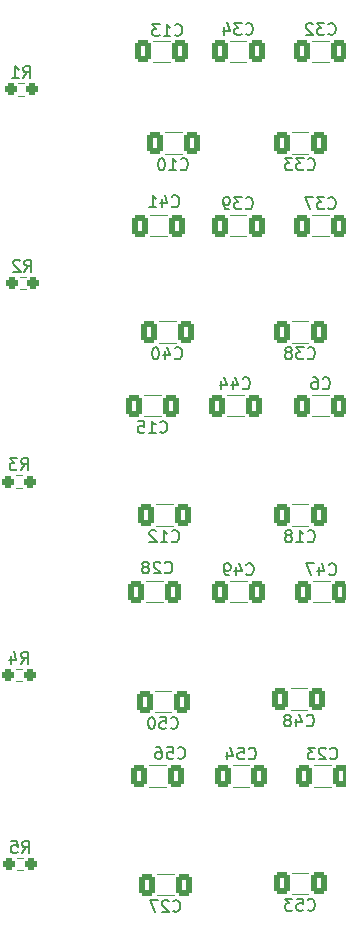
<source format=gbo>
G04 #@! TF.GenerationSoftware,KiCad,Pcbnew,7.0.10*
G04 #@! TF.CreationDate,2024-04-06T16:04:27-07:00*
G04 #@! TF.ProjectId,optLowPass,6f70744c-6f77-4506-9173-732e6b696361,rev?*
G04 #@! TF.SameCoordinates,Original*
G04 #@! TF.FileFunction,Legend,Bot*
G04 #@! TF.FilePolarity,Positive*
%FSLAX46Y46*%
G04 Gerber Fmt 4.6, Leading zero omitted, Abs format (unit mm)*
G04 Created by KiCad (PCBNEW 7.0.10) date 2024-04-06 16:04:27*
%MOMM*%
%LPD*%
G01*
G04 APERTURE LIST*
G04 Aperture macros list*
%AMRoundRect*
0 Rectangle with rounded corners*
0 $1 Rounding radius*
0 $2 $3 $4 $5 $6 $7 $8 $9 X,Y pos of 4 corners*
0 Add a 4 corners polygon primitive as box body*
4,1,4,$2,$3,$4,$5,$6,$7,$8,$9,$2,$3,0*
0 Add four circle primitives for the rounded corners*
1,1,$1+$1,$2,$3*
1,1,$1+$1,$4,$5*
1,1,$1+$1,$6,$7*
1,1,$1+$1,$8,$9*
0 Add four rect primitives between the rounded corners*
20,1,$1+$1,$2,$3,$4,$5,0*
20,1,$1+$1,$4,$5,$6,$7,0*
20,1,$1+$1,$6,$7,$8,$9,0*
20,1,$1+$1,$8,$9,$2,$3,0*%
G04 Aperture macros list end*
%ADD10C,0.150000*%
%ADD11C,0.120000*%
%ADD12R,2.200000X2.200000*%
%ADD13O,2.200000X2.200000*%
%ADD14C,2.000000*%
%ADD15O,2.000000X2.000000*%
%ADD16R,1.700000X1.700000*%
%ADD17O,1.700000X1.700000*%
%ADD18C,2.600000*%
%ADD19C,2.400000*%
%ADD20O,2.400000X2.400000*%
%ADD21R,1.600000X1.600000*%
%ADD22O,1.600000X1.600000*%
%ADD23C,1.600000*%
%ADD24R,4.200000X1.350000*%
%ADD25R,1.350000X4.200000*%
%ADD26RoundRect,0.237500X0.250000X0.237500X-0.250000X0.237500X-0.250000X-0.237500X0.250000X-0.237500X0*%
%ADD27RoundRect,0.250000X-0.412500X-0.650000X0.412500X-0.650000X0.412500X0.650000X-0.412500X0.650000X0*%
%ADD28RoundRect,0.250000X0.412500X0.650000X-0.412500X0.650000X-0.412500X-0.650000X0.412500X-0.650000X0*%
G04 APERTURE END LIST*
D10*
X97866666Y-80324819D02*
X98199999Y-79848628D01*
X98438094Y-80324819D02*
X98438094Y-79324819D01*
X98438094Y-79324819D02*
X98057142Y-79324819D01*
X98057142Y-79324819D02*
X97961904Y-79372438D01*
X97961904Y-79372438D02*
X97914285Y-79420057D01*
X97914285Y-79420057D02*
X97866666Y-79515295D01*
X97866666Y-79515295D02*
X97866666Y-79658152D01*
X97866666Y-79658152D02*
X97914285Y-79753390D01*
X97914285Y-79753390D02*
X97961904Y-79801009D01*
X97961904Y-79801009D02*
X98057142Y-79848628D01*
X98057142Y-79848628D02*
X98438094Y-79848628D01*
X97485713Y-79420057D02*
X97438094Y-79372438D01*
X97438094Y-79372438D02*
X97342856Y-79324819D01*
X97342856Y-79324819D02*
X97104761Y-79324819D01*
X97104761Y-79324819D02*
X97009523Y-79372438D01*
X97009523Y-79372438D02*
X96961904Y-79420057D01*
X96961904Y-79420057D02*
X96914285Y-79515295D01*
X96914285Y-79515295D02*
X96914285Y-79610533D01*
X96914285Y-79610533D02*
X96961904Y-79753390D01*
X96961904Y-79753390D02*
X97533332Y-80324819D01*
X97533332Y-80324819D02*
X96914285Y-80324819D01*
X110242857Y-118929580D02*
X110290476Y-118977200D01*
X110290476Y-118977200D02*
X110433333Y-119024819D01*
X110433333Y-119024819D02*
X110528571Y-119024819D01*
X110528571Y-119024819D02*
X110671428Y-118977200D01*
X110671428Y-118977200D02*
X110766666Y-118881961D01*
X110766666Y-118881961D02*
X110814285Y-118786723D01*
X110814285Y-118786723D02*
X110861904Y-118596247D01*
X110861904Y-118596247D02*
X110861904Y-118453390D01*
X110861904Y-118453390D02*
X110814285Y-118262914D01*
X110814285Y-118262914D02*
X110766666Y-118167676D01*
X110766666Y-118167676D02*
X110671428Y-118072438D01*
X110671428Y-118072438D02*
X110528571Y-118024819D01*
X110528571Y-118024819D02*
X110433333Y-118024819D01*
X110433333Y-118024819D02*
X110290476Y-118072438D01*
X110290476Y-118072438D02*
X110242857Y-118120057D01*
X109338095Y-118024819D02*
X109814285Y-118024819D01*
X109814285Y-118024819D02*
X109861904Y-118501009D01*
X109861904Y-118501009D02*
X109814285Y-118453390D01*
X109814285Y-118453390D02*
X109719047Y-118405771D01*
X109719047Y-118405771D02*
X109480952Y-118405771D01*
X109480952Y-118405771D02*
X109385714Y-118453390D01*
X109385714Y-118453390D02*
X109338095Y-118501009D01*
X109338095Y-118501009D02*
X109290476Y-118596247D01*
X109290476Y-118596247D02*
X109290476Y-118834342D01*
X109290476Y-118834342D02*
X109338095Y-118929580D01*
X109338095Y-118929580D02*
X109385714Y-118977200D01*
X109385714Y-118977200D02*
X109480952Y-119024819D01*
X109480952Y-119024819D02*
X109719047Y-119024819D01*
X109719047Y-119024819D02*
X109814285Y-118977200D01*
X109814285Y-118977200D02*
X109861904Y-118929580D01*
X108671428Y-118024819D02*
X108576190Y-118024819D01*
X108576190Y-118024819D02*
X108480952Y-118072438D01*
X108480952Y-118072438D02*
X108433333Y-118120057D01*
X108433333Y-118120057D02*
X108385714Y-118215295D01*
X108385714Y-118215295D02*
X108338095Y-118405771D01*
X108338095Y-118405771D02*
X108338095Y-118643866D01*
X108338095Y-118643866D02*
X108385714Y-118834342D01*
X108385714Y-118834342D02*
X108433333Y-118929580D01*
X108433333Y-118929580D02*
X108480952Y-118977200D01*
X108480952Y-118977200D02*
X108576190Y-119024819D01*
X108576190Y-119024819D02*
X108671428Y-119024819D01*
X108671428Y-119024819D02*
X108766666Y-118977200D01*
X108766666Y-118977200D02*
X108814285Y-118929580D01*
X108814285Y-118929580D02*
X108861904Y-118834342D01*
X108861904Y-118834342D02*
X108909523Y-118643866D01*
X108909523Y-118643866D02*
X108909523Y-118405771D01*
X108909523Y-118405771D02*
X108861904Y-118215295D01*
X108861904Y-118215295D02*
X108814285Y-118120057D01*
X108814285Y-118120057D02*
X108766666Y-118072438D01*
X108766666Y-118072438D02*
X108671428Y-118024819D01*
X123592857Y-60179580D02*
X123640476Y-60227200D01*
X123640476Y-60227200D02*
X123783333Y-60274819D01*
X123783333Y-60274819D02*
X123878571Y-60274819D01*
X123878571Y-60274819D02*
X124021428Y-60227200D01*
X124021428Y-60227200D02*
X124116666Y-60131961D01*
X124116666Y-60131961D02*
X124164285Y-60036723D01*
X124164285Y-60036723D02*
X124211904Y-59846247D01*
X124211904Y-59846247D02*
X124211904Y-59703390D01*
X124211904Y-59703390D02*
X124164285Y-59512914D01*
X124164285Y-59512914D02*
X124116666Y-59417676D01*
X124116666Y-59417676D02*
X124021428Y-59322438D01*
X124021428Y-59322438D02*
X123878571Y-59274819D01*
X123878571Y-59274819D02*
X123783333Y-59274819D01*
X123783333Y-59274819D02*
X123640476Y-59322438D01*
X123640476Y-59322438D02*
X123592857Y-59370057D01*
X123259523Y-59274819D02*
X122640476Y-59274819D01*
X122640476Y-59274819D02*
X122973809Y-59655771D01*
X122973809Y-59655771D02*
X122830952Y-59655771D01*
X122830952Y-59655771D02*
X122735714Y-59703390D01*
X122735714Y-59703390D02*
X122688095Y-59751009D01*
X122688095Y-59751009D02*
X122640476Y-59846247D01*
X122640476Y-59846247D02*
X122640476Y-60084342D01*
X122640476Y-60084342D02*
X122688095Y-60179580D01*
X122688095Y-60179580D02*
X122735714Y-60227200D01*
X122735714Y-60227200D02*
X122830952Y-60274819D01*
X122830952Y-60274819D02*
X123116666Y-60274819D01*
X123116666Y-60274819D02*
X123211904Y-60227200D01*
X123211904Y-60227200D02*
X123259523Y-60179580D01*
X122259523Y-59370057D02*
X122211904Y-59322438D01*
X122211904Y-59322438D02*
X122116666Y-59274819D01*
X122116666Y-59274819D02*
X121878571Y-59274819D01*
X121878571Y-59274819D02*
X121783333Y-59322438D01*
X121783333Y-59322438D02*
X121735714Y-59370057D01*
X121735714Y-59370057D02*
X121688095Y-59465295D01*
X121688095Y-59465295D02*
X121688095Y-59560533D01*
X121688095Y-59560533D02*
X121735714Y-59703390D01*
X121735714Y-59703390D02*
X122307142Y-60274819D01*
X122307142Y-60274819D02*
X121688095Y-60274819D01*
X110592857Y-87629580D02*
X110640476Y-87677200D01*
X110640476Y-87677200D02*
X110783333Y-87724819D01*
X110783333Y-87724819D02*
X110878571Y-87724819D01*
X110878571Y-87724819D02*
X111021428Y-87677200D01*
X111021428Y-87677200D02*
X111116666Y-87581961D01*
X111116666Y-87581961D02*
X111164285Y-87486723D01*
X111164285Y-87486723D02*
X111211904Y-87296247D01*
X111211904Y-87296247D02*
X111211904Y-87153390D01*
X111211904Y-87153390D02*
X111164285Y-86962914D01*
X111164285Y-86962914D02*
X111116666Y-86867676D01*
X111116666Y-86867676D02*
X111021428Y-86772438D01*
X111021428Y-86772438D02*
X110878571Y-86724819D01*
X110878571Y-86724819D02*
X110783333Y-86724819D01*
X110783333Y-86724819D02*
X110640476Y-86772438D01*
X110640476Y-86772438D02*
X110592857Y-86820057D01*
X109735714Y-87058152D02*
X109735714Y-87724819D01*
X109973809Y-86677200D02*
X110211904Y-87391485D01*
X110211904Y-87391485D02*
X109592857Y-87391485D01*
X109021428Y-86724819D02*
X108926190Y-86724819D01*
X108926190Y-86724819D02*
X108830952Y-86772438D01*
X108830952Y-86772438D02*
X108783333Y-86820057D01*
X108783333Y-86820057D02*
X108735714Y-86915295D01*
X108735714Y-86915295D02*
X108688095Y-87105771D01*
X108688095Y-87105771D02*
X108688095Y-87343866D01*
X108688095Y-87343866D02*
X108735714Y-87534342D01*
X108735714Y-87534342D02*
X108783333Y-87629580D01*
X108783333Y-87629580D02*
X108830952Y-87677200D01*
X108830952Y-87677200D02*
X108926190Y-87724819D01*
X108926190Y-87724819D02*
X109021428Y-87724819D01*
X109021428Y-87724819D02*
X109116666Y-87677200D01*
X109116666Y-87677200D02*
X109164285Y-87629580D01*
X109164285Y-87629580D02*
X109211904Y-87534342D01*
X109211904Y-87534342D02*
X109259523Y-87343866D01*
X109259523Y-87343866D02*
X109259523Y-87105771D01*
X109259523Y-87105771D02*
X109211904Y-86915295D01*
X109211904Y-86915295D02*
X109164285Y-86820057D01*
X109164285Y-86820057D02*
X109116666Y-86772438D01*
X109116666Y-86772438D02*
X109021428Y-86724819D01*
X116592857Y-60179580D02*
X116640476Y-60227200D01*
X116640476Y-60227200D02*
X116783333Y-60274819D01*
X116783333Y-60274819D02*
X116878571Y-60274819D01*
X116878571Y-60274819D02*
X117021428Y-60227200D01*
X117021428Y-60227200D02*
X117116666Y-60131961D01*
X117116666Y-60131961D02*
X117164285Y-60036723D01*
X117164285Y-60036723D02*
X117211904Y-59846247D01*
X117211904Y-59846247D02*
X117211904Y-59703390D01*
X117211904Y-59703390D02*
X117164285Y-59512914D01*
X117164285Y-59512914D02*
X117116666Y-59417676D01*
X117116666Y-59417676D02*
X117021428Y-59322438D01*
X117021428Y-59322438D02*
X116878571Y-59274819D01*
X116878571Y-59274819D02*
X116783333Y-59274819D01*
X116783333Y-59274819D02*
X116640476Y-59322438D01*
X116640476Y-59322438D02*
X116592857Y-59370057D01*
X116259523Y-59274819D02*
X115640476Y-59274819D01*
X115640476Y-59274819D02*
X115973809Y-59655771D01*
X115973809Y-59655771D02*
X115830952Y-59655771D01*
X115830952Y-59655771D02*
X115735714Y-59703390D01*
X115735714Y-59703390D02*
X115688095Y-59751009D01*
X115688095Y-59751009D02*
X115640476Y-59846247D01*
X115640476Y-59846247D02*
X115640476Y-60084342D01*
X115640476Y-60084342D02*
X115688095Y-60179580D01*
X115688095Y-60179580D02*
X115735714Y-60227200D01*
X115735714Y-60227200D02*
X115830952Y-60274819D01*
X115830952Y-60274819D02*
X116116666Y-60274819D01*
X116116666Y-60274819D02*
X116211904Y-60227200D01*
X116211904Y-60227200D02*
X116259523Y-60179580D01*
X114783333Y-59608152D02*
X114783333Y-60274819D01*
X115021428Y-59227200D02*
X115259523Y-59941485D01*
X115259523Y-59941485D02*
X114640476Y-59941485D01*
X121842857Y-134329580D02*
X121890476Y-134377200D01*
X121890476Y-134377200D02*
X122033333Y-134424819D01*
X122033333Y-134424819D02*
X122128571Y-134424819D01*
X122128571Y-134424819D02*
X122271428Y-134377200D01*
X122271428Y-134377200D02*
X122366666Y-134281961D01*
X122366666Y-134281961D02*
X122414285Y-134186723D01*
X122414285Y-134186723D02*
X122461904Y-133996247D01*
X122461904Y-133996247D02*
X122461904Y-133853390D01*
X122461904Y-133853390D02*
X122414285Y-133662914D01*
X122414285Y-133662914D02*
X122366666Y-133567676D01*
X122366666Y-133567676D02*
X122271428Y-133472438D01*
X122271428Y-133472438D02*
X122128571Y-133424819D01*
X122128571Y-133424819D02*
X122033333Y-133424819D01*
X122033333Y-133424819D02*
X121890476Y-133472438D01*
X121890476Y-133472438D02*
X121842857Y-133520057D01*
X120938095Y-133424819D02*
X121414285Y-133424819D01*
X121414285Y-133424819D02*
X121461904Y-133901009D01*
X121461904Y-133901009D02*
X121414285Y-133853390D01*
X121414285Y-133853390D02*
X121319047Y-133805771D01*
X121319047Y-133805771D02*
X121080952Y-133805771D01*
X121080952Y-133805771D02*
X120985714Y-133853390D01*
X120985714Y-133853390D02*
X120938095Y-133901009D01*
X120938095Y-133901009D02*
X120890476Y-133996247D01*
X120890476Y-133996247D02*
X120890476Y-134234342D01*
X120890476Y-134234342D02*
X120938095Y-134329580D01*
X120938095Y-134329580D02*
X120985714Y-134377200D01*
X120985714Y-134377200D02*
X121080952Y-134424819D01*
X121080952Y-134424819D02*
X121319047Y-134424819D01*
X121319047Y-134424819D02*
X121414285Y-134377200D01*
X121414285Y-134377200D02*
X121461904Y-134329580D01*
X120557142Y-133424819D02*
X119938095Y-133424819D01*
X119938095Y-133424819D02*
X120271428Y-133805771D01*
X120271428Y-133805771D02*
X120128571Y-133805771D01*
X120128571Y-133805771D02*
X120033333Y-133853390D01*
X120033333Y-133853390D02*
X119985714Y-133901009D01*
X119985714Y-133901009D02*
X119938095Y-133996247D01*
X119938095Y-133996247D02*
X119938095Y-134234342D01*
X119938095Y-134234342D02*
X119985714Y-134329580D01*
X119985714Y-134329580D02*
X120033333Y-134377200D01*
X120033333Y-134377200D02*
X120128571Y-134424819D01*
X120128571Y-134424819D02*
X120414285Y-134424819D01*
X120414285Y-134424819D02*
X120509523Y-134377200D01*
X120509523Y-134377200D02*
X120557142Y-134329580D01*
X116842857Y-121529580D02*
X116890476Y-121577200D01*
X116890476Y-121577200D02*
X117033333Y-121624819D01*
X117033333Y-121624819D02*
X117128571Y-121624819D01*
X117128571Y-121624819D02*
X117271428Y-121577200D01*
X117271428Y-121577200D02*
X117366666Y-121481961D01*
X117366666Y-121481961D02*
X117414285Y-121386723D01*
X117414285Y-121386723D02*
X117461904Y-121196247D01*
X117461904Y-121196247D02*
X117461904Y-121053390D01*
X117461904Y-121053390D02*
X117414285Y-120862914D01*
X117414285Y-120862914D02*
X117366666Y-120767676D01*
X117366666Y-120767676D02*
X117271428Y-120672438D01*
X117271428Y-120672438D02*
X117128571Y-120624819D01*
X117128571Y-120624819D02*
X117033333Y-120624819D01*
X117033333Y-120624819D02*
X116890476Y-120672438D01*
X116890476Y-120672438D02*
X116842857Y-120720057D01*
X115938095Y-120624819D02*
X116414285Y-120624819D01*
X116414285Y-120624819D02*
X116461904Y-121101009D01*
X116461904Y-121101009D02*
X116414285Y-121053390D01*
X116414285Y-121053390D02*
X116319047Y-121005771D01*
X116319047Y-121005771D02*
X116080952Y-121005771D01*
X116080952Y-121005771D02*
X115985714Y-121053390D01*
X115985714Y-121053390D02*
X115938095Y-121101009D01*
X115938095Y-121101009D02*
X115890476Y-121196247D01*
X115890476Y-121196247D02*
X115890476Y-121434342D01*
X115890476Y-121434342D02*
X115938095Y-121529580D01*
X115938095Y-121529580D02*
X115985714Y-121577200D01*
X115985714Y-121577200D02*
X116080952Y-121624819D01*
X116080952Y-121624819D02*
X116319047Y-121624819D01*
X116319047Y-121624819D02*
X116414285Y-121577200D01*
X116414285Y-121577200D02*
X116461904Y-121529580D01*
X115033333Y-120958152D02*
X115033333Y-121624819D01*
X115271428Y-120577200D02*
X115509523Y-121291485D01*
X115509523Y-121291485D02*
X114890476Y-121291485D01*
X110592857Y-60279580D02*
X110640476Y-60327200D01*
X110640476Y-60327200D02*
X110783333Y-60374819D01*
X110783333Y-60374819D02*
X110878571Y-60374819D01*
X110878571Y-60374819D02*
X111021428Y-60327200D01*
X111021428Y-60327200D02*
X111116666Y-60231961D01*
X111116666Y-60231961D02*
X111164285Y-60136723D01*
X111164285Y-60136723D02*
X111211904Y-59946247D01*
X111211904Y-59946247D02*
X111211904Y-59803390D01*
X111211904Y-59803390D02*
X111164285Y-59612914D01*
X111164285Y-59612914D02*
X111116666Y-59517676D01*
X111116666Y-59517676D02*
X111021428Y-59422438D01*
X111021428Y-59422438D02*
X110878571Y-59374819D01*
X110878571Y-59374819D02*
X110783333Y-59374819D01*
X110783333Y-59374819D02*
X110640476Y-59422438D01*
X110640476Y-59422438D02*
X110592857Y-59470057D01*
X109640476Y-60374819D02*
X110211904Y-60374819D01*
X109926190Y-60374819D02*
X109926190Y-59374819D01*
X109926190Y-59374819D02*
X110021428Y-59517676D01*
X110021428Y-59517676D02*
X110116666Y-59612914D01*
X110116666Y-59612914D02*
X110211904Y-59660533D01*
X109307142Y-59374819D02*
X108688095Y-59374819D01*
X108688095Y-59374819D02*
X109021428Y-59755771D01*
X109021428Y-59755771D02*
X108878571Y-59755771D01*
X108878571Y-59755771D02*
X108783333Y-59803390D01*
X108783333Y-59803390D02*
X108735714Y-59851009D01*
X108735714Y-59851009D02*
X108688095Y-59946247D01*
X108688095Y-59946247D02*
X108688095Y-60184342D01*
X108688095Y-60184342D02*
X108735714Y-60279580D01*
X108735714Y-60279580D02*
X108783333Y-60327200D01*
X108783333Y-60327200D02*
X108878571Y-60374819D01*
X108878571Y-60374819D02*
X109164285Y-60374819D01*
X109164285Y-60374819D02*
X109259523Y-60327200D01*
X109259523Y-60327200D02*
X109307142Y-60279580D01*
X116642857Y-105929580D02*
X116690476Y-105977200D01*
X116690476Y-105977200D02*
X116833333Y-106024819D01*
X116833333Y-106024819D02*
X116928571Y-106024819D01*
X116928571Y-106024819D02*
X117071428Y-105977200D01*
X117071428Y-105977200D02*
X117166666Y-105881961D01*
X117166666Y-105881961D02*
X117214285Y-105786723D01*
X117214285Y-105786723D02*
X117261904Y-105596247D01*
X117261904Y-105596247D02*
X117261904Y-105453390D01*
X117261904Y-105453390D02*
X117214285Y-105262914D01*
X117214285Y-105262914D02*
X117166666Y-105167676D01*
X117166666Y-105167676D02*
X117071428Y-105072438D01*
X117071428Y-105072438D02*
X116928571Y-105024819D01*
X116928571Y-105024819D02*
X116833333Y-105024819D01*
X116833333Y-105024819D02*
X116690476Y-105072438D01*
X116690476Y-105072438D02*
X116642857Y-105120057D01*
X115785714Y-105358152D02*
X115785714Y-106024819D01*
X116023809Y-104977200D02*
X116261904Y-105691485D01*
X116261904Y-105691485D02*
X115642857Y-105691485D01*
X115214285Y-106024819D02*
X115023809Y-106024819D01*
X115023809Y-106024819D02*
X114928571Y-105977200D01*
X114928571Y-105977200D02*
X114880952Y-105929580D01*
X114880952Y-105929580D02*
X114785714Y-105786723D01*
X114785714Y-105786723D02*
X114738095Y-105596247D01*
X114738095Y-105596247D02*
X114738095Y-105215295D01*
X114738095Y-105215295D02*
X114785714Y-105120057D01*
X114785714Y-105120057D02*
X114833333Y-105072438D01*
X114833333Y-105072438D02*
X114928571Y-105024819D01*
X114928571Y-105024819D02*
X115119047Y-105024819D01*
X115119047Y-105024819D02*
X115214285Y-105072438D01*
X115214285Y-105072438D02*
X115261904Y-105120057D01*
X115261904Y-105120057D02*
X115309523Y-105215295D01*
X115309523Y-105215295D02*
X115309523Y-105453390D01*
X115309523Y-105453390D02*
X115261904Y-105548628D01*
X115261904Y-105548628D02*
X115214285Y-105596247D01*
X115214285Y-105596247D02*
X115119047Y-105643866D01*
X115119047Y-105643866D02*
X114928571Y-105643866D01*
X114928571Y-105643866D02*
X114833333Y-105596247D01*
X114833333Y-105596247D02*
X114785714Y-105548628D01*
X114785714Y-105548628D02*
X114738095Y-105453390D01*
X110842857Y-121479580D02*
X110890476Y-121527200D01*
X110890476Y-121527200D02*
X111033333Y-121574819D01*
X111033333Y-121574819D02*
X111128571Y-121574819D01*
X111128571Y-121574819D02*
X111271428Y-121527200D01*
X111271428Y-121527200D02*
X111366666Y-121431961D01*
X111366666Y-121431961D02*
X111414285Y-121336723D01*
X111414285Y-121336723D02*
X111461904Y-121146247D01*
X111461904Y-121146247D02*
X111461904Y-121003390D01*
X111461904Y-121003390D02*
X111414285Y-120812914D01*
X111414285Y-120812914D02*
X111366666Y-120717676D01*
X111366666Y-120717676D02*
X111271428Y-120622438D01*
X111271428Y-120622438D02*
X111128571Y-120574819D01*
X111128571Y-120574819D02*
X111033333Y-120574819D01*
X111033333Y-120574819D02*
X110890476Y-120622438D01*
X110890476Y-120622438D02*
X110842857Y-120670057D01*
X109938095Y-120574819D02*
X110414285Y-120574819D01*
X110414285Y-120574819D02*
X110461904Y-121051009D01*
X110461904Y-121051009D02*
X110414285Y-121003390D01*
X110414285Y-121003390D02*
X110319047Y-120955771D01*
X110319047Y-120955771D02*
X110080952Y-120955771D01*
X110080952Y-120955771D02*
X109985714Y-121003390D01*
X109985714Y-121003390D02*
X109938095Y-121051009D01*
X109938095Y-121051009D02*
X109890476Y-121146247D01*
X109890476Y-121146247D02*
X109890476Y-121384342D01*
X109890476Y-121384342D02*
X109938095Y-121479580D01*
X109938095Y-121479580D02*
X109985714Y-121527200D01*
X109985714Y-121527200D02*
X110080952Y-121574819D01*
X110080952Y-121574819D02*
X110319047Y-121574819D01*
X110319047Y-121574819D02*
X110414285Y-121527200D01*
X110414285Y-121527200D02*
X110461904Y-121479580D01*
X109033333Y-120574819D02*
X109223809Y-120574819D01*
X109223809Y-120574819D02*
X109319047Y-120622438D01*
X109319047Y-120622438D02*
X109366666Y-120670057D01*
X109366666Y-120670057D02*
X109461904Y-120812914D01*
X109461904Y-120812914D02*
X109509523Y-121003390D01*
X109509523Y-121003390D02*
X109509523Y-121384342D01*
X109509523Y-121384342D02*
X109461904Y-121479580D01*
X109461904Y-121479580D02*
X109414285Y-121527200D01*
X109414285Y-121527200D02*
X109319047Y-121574819D01*
X109319047Y-121574819D02*
X109128571Y-121574819D01*
X109128571Y-121574819D02*
X109033333Y-121527200D01*
X109033333Y-121527200D02*
X108985714Y-121479580D01*
X108985714Y-121479580D02*
X108938095Y-121384342D01*
X108938095Y-121384342D02*
X108938095Y-121146247D01*
X108938095Y-121146247D02*
X108985714Y-121051009D01*
X108985714Y-121051009D02*
X109033333Y-121003390D01*
X109033333Y-121003390D02*
X109128571Y-120955771D01*
X109128571Y-120955771D02*
X109319047Y-120955771D01*
X109319047Y-120955771D02*
X109414285Y-121003390D01*
X109414285Y-121003390D02*
X109461904Y-121051009D01*
X109461904Y-121051009D02*
X109509523Y-121146247D01*
X97766666Y-63924819D02*
X98099999Y-63448628D01*
X98338094Y-63924819D02*
X98338094Y-62924819D01*
X98338094Y-62924819D02*
X97957142Y-62924819D01*
X97957142Y-62924819D02*
X97861904Y-62972438D01*
X97861904Y-62972438D02*
X97814285Y-63020057D01*
X97814285Y-63020057D02*
X97766666Y-63115295D01*
X97766666Y-63115295D02*
X97766666Y-63258152D01*
X97766666Y-63258152D02*
X97814285Y-63353390D01*
X97814285Y-63353390D02*
X97861904Y-63401009D01*
X97861904Y-63401009D02*
X97957142Y-63448628D01*
X97957142Y-63448628D02*
X98338094Y-63448628D01*
X96814285Y-63924819D02*
X97385713Y-63924819D01*
X97099999Y-63924819D02*
X97099999Y-62924819D01*
X97099999Y-62924819D02*
X97195237Y-63067676D01*
X97195237Y-63067676D02*
X97290475Y-63162914D01*
X97290475Y-63162914D02*
X97385713Y-63210533D01*
X123116666Y-90179580D02*
X123164285Y-90227200D01*
X123164285Y-90227200D02*
X123307142Y-90274819D01*
X123307142Y-90274819D02*
X123402380Y-90274819D01*
X123402380Y-90274819D02*
X123545237Y-90227200D01*
X123545237Y-90227200D02*
X123640475Y-90131961D01*
X123640475Y-90131961D02*
X123688094Y-90036723D01*
X123688094Y-90036723D02*
X123735713Y-89846247D01*
X123735713Y-89846247D02*
X123735713Y-89703390D01*
X123735713Y-89703390D02*
X123688094Y-89512914D01*
X123688094Y-89512914D02*
X123640475Y-89417676D01*
X123640475Y-89417676D02*
X123545237Y-89322438D01*
X123545237Y-89322438D02*
X123402380Y-89274819D01*
X123402380Y-89274819D02*
X123307142Y-89274819D01*
X123307142Y-89274819D02*
X123164285Y-89322438D01*
X123164285Y-89322438D02*
X123116666Y-89370057D01*
X122259523Y-89274819D02*
X122449999Y-89274819D01*
X122449999Y-89274819D02*
X122545237Y-89322438D01*
X122545237Y-89322438D02*
X122592856Y-89370057D01*
X122592856Y-89370057D02*
X122688094Y-89512914D01*
X122688094Y-89512914D02*
X122735713Y-89703390D01*
X122735713Y-89703390D02*
X122735713Y-90084342D01*
X122735713Y-90084342D02*
X122688094Y-90179580D01*
X122688094Y-90179580D02*
X122640475Y-90227200D01*
X122640475Y-90227200D02*
X122545237Y-90274819D01*
X122545237Y-90274819D02*
X122354761Y-90274819D01*
X122354761Y-90274819D02*
X122259523Y-90227200D01*
X122259523Y-90227200D02*
X122211904Y-90179580D01*
X122211904Y-90179580D02*
X122164285Y-90084342D01*
X122164285Y-90084342D02*
X122164285Y-89846247D01*
X122164285Y-89846247D02*
X122211904Y-89751009D01*
X122211904Y-89751009D02*
X122259523Y-89703390D01*
X122259523Y-89703390D02*
X122354761Y-89655771D01*
X122354761Y-89655771D02*
X122545237Y-89655771D01*
X122545237Y-89655771D02*
X122640475Y-89703390D01*
X122640475Y-89703390D02*
X122688094Y-89751009D01*
X122688094Y-89751009D02*
X122735713Y-89846247D01*
X123642857Y-105929580D02*
X123690476Y-105977200D01*
X123690476Y-105977200D02*
X123833333Y-106024819D01*
X123833333Y-106024819D02*
X123928571Y-106024819D01*
X123928571Y-106024819D02*
X124071428Y-105977200D01*
X124071428Y-105977200D02*
X124166666Y-105881961D01*
X124166666Y-105881961D02*
X124214285Y-105786723D01*
X124214285Y-105786723D02*
X124261904Y-105596247D01*
X124261904Y-105596247D02*
X124261904Y-105453390D01*
X124261904Y-105453390D02*
X124214285Y-105262914D01*
X124214285Y-105262914D02*
X124166666Y-105167676D01*
X124166666Y-105167676D02*
X124071428Y-105072438D01*
X124071428Y-105072438D02*
X123928571Y-105024819D01*
X123928571Y-105024819D02*
X123833333Y-105024819D01*
X123833333Y-105024819D02*
X123690476Y-105072438D01*
X123690476Y-105072438D02*
X123642857Y-105120057D01*
X122785714Y-105358152D02*
X122785714Y-106024819D01*
X123023809Y-104977200D02*
X123261904Y-105691485D01*
X123261904Y-105691485D02*
X122642857Y-105691485D01*
X122357142Y-105024819D02*
X121690476Y-105024819D01*
X121690476Y-105024819D02*
X122119047Y-106024819D01*
X110342857Y-74779580D02*
X110390476Y-74827200D01*
X110390476Y-74827200D02*
X110533333Y-74874819D01*
X110533333Y-74874819D02*
X110628571Y-74874819D01*
X110628571Y-74874819D02*
X110771428Y-74827200D01*
X110771428Y-74827200D02*
X110866666Y-74731961D01*
X110866666Y-74731961D02*
X110914285Y-74636723D01*
X110914285Y-74636723D02*
X110961904Y-74446247D01*
X110961904Y-74446247D02*
X110961904Y-74303390D01*
X110961904Y-74303390D02*
X110914285Y-74112914D01*
X110914285Y-74112914D02*
X110866666Y-74017676D01*
X110866666Y-74017676D02*
X110771428Y-73922438D01*
X110771428Y-73922438D02*
X110628571Y-73874819D01*
X110628571Y-73874819D02*
X110533333Y-73874819D01*
X110533333Y-73874819D02*
X110390476Y-73922438D01*
X110390476Y-73922438D02*
X110342857Y-73970057D01*
X109485714Y-74208152D02*
X109485714Y-74874819D01*
X109723809Y-73827200D02*
X109961904Y-74541485D01*
X109961904Y-74541485D02*
X109342857Y-74541485D01*
X108438095Y-74874819D02*
X109009523Y-74874819D01*
X108723809Y-74874819D02*
X108723809Y-73874819D01*
X108723809Y-73874819D02*
X108819047Y-74017676D01*
X108819047Y-74017676D02*
X108914285Y-74112914D01*
X108914285Y-74112914D02*
X109009523Y-74160533D01*
X116592857Y-74929580D02*
X116640476Y-74977200D01*
X116640476Y-74977200D02*
X116783333Y-75024819D01*
X116783333Y-75024819D02*
X116878571Y-75024819D01*
X116878571Y-75024819D02*
X117021428Y-74977200D01*
X117021428Y-74977200D02*
X117116666Y-74881961D01*
X117116666Y-74881961D02*
X117164285Y-74786723D01*
X117164285Y-74786723D02*
X117211904Y-74596247D01*
X117211904Y-74596247D02*
X117211904Y-74453390D01*
X117211904Y-74453390D02*
X117164285Y-74262914D01*
X117164285Y-74262914D02*
X117116666Y-74167676D01*
X117116666Y-74167676D02*
X117021428Y-74072438D01*
X117021428Y-74072438D02*
X116878571Y-74024819D01*
X116878571Y-74024819D02*
X116783333Y-74024819D01*
X116783333Y-74024819D02*
X116640476Y-74072438D01*
X116640476Y-74072438D02*
X116592857Y-74120057D01*
X116259523Y-74024819D02*
X115640476Y-74024819D01*
X115640476Y-74024819D02*
X115973809Y-74405771D01*
X115973809Y-74405771D02*
X115830952Y-74405771D01*
X115830952Y-74405771D02*
X115735714Y-74453390D01*
X115735714Y-74453390D02*
X115688095Y-74501009D01*
X115688095Y-74501009D02*
X115640476Y-74596247D01*
X115640476Y-74596247D02*
X115640476Y-74834342D01*
X115640476Y-74834342D02*
X115688095Y-74929580D01*
X115688095Y-74929580D02*
X115735714Y-74977200D01*
X115735714Y-74977200D02*
X115830952Y-75024819D01*
X115830952Y-75024819D02*
X116116666Y-75024819D01*
X116116666Y-75024819D02*
X116211904Y-74977200D01*
X116211904Y-74977200D02*
X116259523Y-74929580D01*
X115164285Y-75024819D02*
X114973809Y-75024819D01*
X114973809Y-75024819D02*
X114878571Y-74977200D01*
X114878571Y-74977200D02*
X114830952Y-74929580D01*
X114830952Y-74929580D02*
X114735714Y-74786723D01*
X114735714Y-74786723D02*
X114688095Y-74596247D01*
X114688095Y-74596247D02*
X114688095Y-74215295D01*
X114688095Y-74215295D02*
X114735714Y-74120057D01*
X114735714Y-74120057D02*
X114783333Y-74072438D01*
X114783333Y-74072438D02*
X114878571Y-74024819D01*
X114878571Y-74024819D02*
X115069047Y-74024819D01*
X115069047Y-74024819D02*
X115164285Y-74072438D01*
X115164285Y-74072438D02*
X115211904Y-74120057D01*
X115211904Y-74120057D02*
X115259523Y-74215295D01*
X115259523Y-74215295D02*
X115259523Y-74453390D01*
X115259523Y-74453390D02*
X115211904Y-74548628D01*
X115211904Y-74548628D02*
X115164285Y-74596247D01*
X115164285Y-74596247D02*
X115069047Y-74643866D01*
X115069047Y-74643866D02*
X114878571Y-74643866D01*
X114878571Y-74643866D02*
X114783333Y-74596247D01*
X114783333Y-74596247D02*
X114735714Y-74548628D01*
X114735714Y-74548628D02*
X114688095Y-74453390D01*
X110342857Y-103129580D02*
X110390476Y-103177200D01*
X110390476Y-103177200D02*
X110533333Y-103224819D01*
X110533333Y-103224819D02*
X110628571Y-103224819D01*
X110628571Y-103224819D02*
X110771428Y-103177200D01*
X110771428Y-103177200D02*
X110866666Y-103081961D01*
X110866666Y-103081961D02*
X110914285Y-102986723D01*
X110914285Y-102986723D02*
X110961904Y-102796247D01*
X110961904Y-102796247D02*
X110961904Y-102653390D01*
X110961904Y-102653390D02*
X110914285Y-102462914D01*
X110914285Y-102462914D02*
X110866666Y-102367676D01*
X110866666Y-102367676D02*
X110771428Y-102272438D01*
X110771428Y-102272438D02*
X110628571Y-102224819D01*
X110628571Y-102224819D02*
X110533333Y-102224819D01*
X110533333Y-102224819D02*
X110390476Y-102272438D01*
X110390476Y-102272438D02*
X110342857Y-102320057D01*
X109390476Y-103224819D02*
X109961904Y-103224819D01*
X109676190Y-103224819D02*
X109676190Y-102224819D01*
X109676190Y-102224819D02*
X109771428Y-102367676D01*
X109771428Y-102367676D02*
X109866666Y-102462914D01*
X109866666Y-102462914D02*
X109961904Y-102510533D01*
X109009523Y-102320057D02*
X108961904Y-102272438D01*
X108961904Y-102272438D02*
X108866666Y-102224819D01*
X108866666Y-102224819D02*
X108628571Y-102224819D01*
X108628571Y-102224819D02*
X108533333Y-102272438D01*
X108533333Y-102272438D02*
X108485714Y-102320057D01*
X108485714Y-102320057D02*
X108438095Y-102415295D01*
X108438095Y-102415295D02*
X108438095Y-102510533D01*
X108438095Y-102510533D02*
X108485714Y-102653390D01*
X108485714Y-102653390D02*
X109057142Y-103224819D01*
X109057142Y-103224819D02*
X108438095Y-103224819D01*
X97566666Y-113524819D02*
X97899999Y-113048628D01*
X98138094Y-113524819D02*
X98138094Y-112524819D01*
X98138094Y-112524819D02*
X97757142Y-112524819D01*
X97757142Y-112524819D02*
X97661904Y-112572438D01*
X97661904Y-112572438D02*
X97614285Y-112620057D01*
X97614285Y-112620057D02*
X97566666Y-112715295D01*
X97566666Y-112715295D02*
X97566666Y-112858152D01*
X97566666Y-112858152D02*
X97614285Y-112953390D01*
X97614285Y-112953390D02*
X97661904Y-113001009D01*
X97661904Y-113001009D02*
X97757142Y-113048628D01*
X97757142Y-113048628D02*
X98138094Y-113048628D01*
X96709523Y-112858152D02*
X96709523Y-113524819D01*
X96947618Y-112477200D02*
X97185713Y-113191485D01*
X97185713Y-113191485D02*
X96566666Y-113191485D01*
X123742857Y-121529580D02*
X123790476Y-121577200D01*
X123790476Y-121577200D02*
X123933333Y-121624819D01*
X123933333Y-121624819D02*
X124028571Y-121624819D01*
X124028571Y-121624819D02*
X124171428Y-121577200D01*
X124171428Y-121577200D02*
X124266666Y-121481961D01*
X124266666Y-121481961D02*
X124314285Y-121386723D01*
X124314285Y-121386723D02*
X124361904Y-121196247D01*
X124361904Y-121196247D02*
X124361904Y-121053390D01*
X124361904Y-121053390D02*
X124314285Y-120862914D01*
X124314285Y-120862914D02*
X124266666Y-120767676D01*
X124266666Y-120767676D02*
X124171428Y-120672438D01*
X124171428Y-120672438D02*
X124028571Y-120624819D01*
X124028571Y-120624819D02*
X123933333Y-120624819D01*
X123933333Y-120624819D02*
X123790476Y-120672438D01*
X123790476Y-120672438D02*
X123742857Y-120720057D01*
X123361904Y-120720057D02*
X123314285Y-120672438D01*
X123314285Y-120672438D02*
X123219047Y-120624819D01*
X123219047Y-120624819D02*
X122980952Y-120624819D01*
X122980952Y-120624819D02*
X122885714Y-120672438D01*
X122885714Y-120672438D02*
X122838095Y-120720057D01*
X122838095Y-120720057D02*
X122790476Y-120815295D01*
X122790476Y-120815295D02*
X122790476Y-120910533D01*
X122790476Y-120910533D02*
X122838095Y-121053390D01*
X122838095Y-121053390D02*
X123409523Y-121624819D01*
X123409523Y-121624819D02*
X122790476Y-121624819D01*
X122457142Y-120624819D02*
X121838095Y-120624819D01*
X121838095Y-120624819D02*
X122171428Y-121005771D01*
X122171428Y-121005771D02*
X122028571Y-121005771D01*
X122028571Y-121005771D02*
X121933333Y-121053390D01*
X121933333Y-121053390D02*
X121885714Y-121101009D01*
X121885714Y-121101009D02*
X121838095Y-121196247D01*
X121838095Y-121196247D02*
X121838095Y-121434342D01*
X121838095Y-121434342D02*
X121885714Y-121529580D01*
X121885714Y-121529580D02*
X121933333Y-121577200D01*
X121933333Y-121577200D02*
X122028571Y-121624819D01*
X122028571Y-121624819D02*
X122314285Y-121624819D01*
X122314285Y-121624819D02*
X122409523Y-121577200D01*
X122409523Y-121577200D02*
X122457142Y-121529580D01*
X123592857Y-74929580D02*
X123640476Y-74977200D01*
X123640476Y-74977200D02*
X123783333Y-75024819D01*
X123783333Y-75024819D02*
X123878571Y-75024819D01*
X123878571Y-75024819D02*
X124021428Y-74977200D01*
X124021428Y-74977200D02*
X124116666Y-74881961D01*
X124116666Y-74881961D02*
X124164285Y-74786723D01*
X124164285Y-74786723D02*
X124211904Y-74596247D01*
X124211904Y-74596247D02*
X124211904Y-74453390D01*
X124211904Y-74453390D02*
X124164285Y-74262914D01*
X124164285Y-74262914D02*
X124116666Y-74167676D01*
X124116666Y-74167676D02*
X124021428Y-74072438D01*
X124021428Y-74072438D02*
X123878571Y-74024819D01*
X123878571Y-74024819D02*
X123783333Y-74024819D01*
X123783333Y-74024819D02*
X123640476Y-74072438D01*
X123640476Y-74072438D02*
X123592857Y-74120057D01*
X123259523Y-74024819D02*
X122640476Y-74024819D01*
X122640476Y-74024819D02*
X122973809Y-74405771D01*
X122973809Y-74405771D02*
X122830952Y-74405771D01*
X122830952Y-74405771D02*
X122735714Y-74453390D01*
X122735714Y-74453390D02*
X122688095Y-74501009D01*
X122688095Y-74501009D02*
X122640476Y-74596247D01*
X122640476Y-74596247D02*
X122640476Y-74834342D01*
X122640476Y-74834342D02*
X122688095Y-74929580D01*
X122688095Y-74929580D02*
X122735714Y-74977200D01*
X122735714Y-74977200D02*
X122830952Y-75024819D01*
X122830952Y-75024819D02*
X123116666Y-75024819D01*
X123116666Y-75024819D02*
X123211904Y-74977200D01*
X123211904Y-74977200D02*
X123259523Y-74929580D01*
X122307142Y-74024819D02*
X121640476Y-74024819D01*
X121640476Y-74024819D02*
X122069047Y-75024819D01*
X121742857Y-118729580D02*
X121790476Y-118777200D01*
X121790476Y-118777200D02*
X121933333Y-118824819D01*
X121933333Y-118824819D02*
X122028571Y-118824819D01*
X122028571Y-118824819D02*
X122171428Y-118777200D01*
X122171428Y-118777200D02*
X122266666Y-118681961D01*
X122266666Y-118681961D02*
X122314285Y-118586723D01*
X122314285Y-118586723D02*
X122361904Y-118396247D01*
X122361904Y-118396247D02*
X122361904Y-118253390D01*
X122361904Y-118253390D02*
X122314285Y-118062914D01*
X122314285Y-118062914D02*
X122266666Y-117967676D01*
X122266666Y-117967676D02*
X122171428Y-117872438D01*
X122171428Y-117872438D02*
X122028571Y-117824819D01*
X122028571Y-117824819D02*
X121933333Y-117824819D01*
X121933333Y-117824819D02*
X121790476Y-117872438D01*
X121790476Y-117872438D02*
X121742857Y-117920057D01*
X120885714Y-118158152D02*
X120885714Y-118824819D01*
X121123809Y-117777200D02*
X121361904Y-118491485D01*
X121361904Y-118491485D02*
X120742857Y-118491485D01*
X120219047Y-118253390D02*
X120314285Y-118205771D01*
X120314285Y-118205771D02*
X120361904Y-118158152D01*
X120361904Y-118158152D02*
X120409523Y-118062914D01*
X120409523Y-118062914D02*
X120409523Y-118015295D01*
X120409523Y-118015295D02*
X120361904Y-117920057D01*
X120361904Y-117920057D02*
X120314285Y-117872438D01*
X120314285Y-117872438D02*
X120219047Y-117824819D01*
X120219047Y-117824819D02*
X120028571Y-117824819D01*
X120028571Y-117824819D02*
X119933333Y-117872438D01*
X119933333Y-117872438D02*
X119885714Y-117920057D01*
X119885714Y-117920057D02*
X119838095Y-118015295D01*
X119838095Y-118015295D02*
X119838095Y-118062914D01*
X119838095Y-118062914D02*
X119885714Y-118158152D01*
X119885714Y-118158152D02*
X119933333Y-118205771D01*
X119933333Y-118205771D02*
X120028571Y-118253390D01*
X120028571Y-118253390D02*
X120219047Y-118253390D01*
X120219047Y-118253390D02*
X120314285Y-118301009D01*
X120314285Y-118301009D02*
X120361904Y-118348628D01*
X120361904Y-118348628D02*
X120409523Y-118443866D01*
X120409523Y-118443866D02*
X120409523Y-118634342D01*
X120409523Y-118634342D02*
X120361904Y-118729580D01*
X120361904Y-118729580D02*
X120314285Y-118777200D01*
X120314285Y-118777200D02*
X120219047Y-118824819D01*
X120219047Y-118824819D02*
X120028571Y-118824819D01*
X120028571Y-118824819D02*
X119933333Y-118777200D01*
X119933333Y-118777200D02*
X119885714Y-118729580D01*
X119885714Y-118729580D02*
X119838095Y-118634342D01*
X119838095Y-118634342D02*
X119838095Y-118443866D01*
X119838095Y-118443866D02*
X119885714Y-118348628D01*
X119885714Y-118348628D02*
X119933333Y-118301009D01*
X119933333Y-118301009D02*
X120028571Y-118253390D01*
X97666666Y-129524819D02*
X97999999Y-129048628D01*
X98238094Y-129524819D02*
X98238094Y-128524819D01*
X98238094Y-128524819D02*
X97857142Y-128524819D01*
X97857142Y-128524819D02*
X97761904Y-128572438D01*
X97761904Y-128572438D02*
X97714285Y-128620057D01*
X97714285Y-128620057D02*
X97666666Y-128715295D01*
X97666666Y-128715295D02*
X97666666Y-128858152D01*
X97666666Y-128858152D02*
X97714285Y-128953390D01*
X97714285Y-128953390D02*
X97761904Y-129001009D01*
X97761904Y-129001009D02*
X97857142Y-129048628D01*
X97857142Y-129048628D02*
X98238094Y-129048628D01*
X96761904Y-128524819D02*
X97238094Y-128524819D01*
X97238094Y-128524819D02*
X97285713Y-129001009D01*
X97285713Y-129001009D02*
X97238094Y-128953390D01*
X97238094Y-128953390D02*
X97142856Y-128905771D01*
X97142856Y-128905771D02*
X96904761Y-128905771D01*
X96904761Y-128905771D02*
X96809523Y-128953390D01*
X96809523Y-128953390D02*
X96761904Y-129001009D01*
X96761904Y-129001009D02*
X96714285Y-129096247D01*
X96714285Y-129096247D02*
X96714285Y-129334342D01*
X96714285Y-129334342D02*
X96761904Y-129429580D01*
X96761904Y-129429580D02*
X96809523Y-129477200D01*
X96809523Y-129477200D02*
X96904761Y-129524819D01*
X96904761Y-129524819D02*
X97142856Y-129524819D01*
X97142856Y-129524819D02*
X97238094Y-129477200D01*
X97238094Y-129477200D02*
X97285713Y-129429580D01*
X121842857Y-71629580D02*
X121890476Y-71677200D01*
X121890476Y-71677200D02*
X122033333Y-71724819D01*
X122033333Y-71724819D02*
X122128571Y-71724819D01*
X122128571Y-71724819D02*
X122271428Y-71677200D01*
X122271428Y-71677200D02*
X122366666Y-71581961D01*
X122366666Y-71581961D02*
X122414285Y-71486723D01*
X122414285Y-71486723D02*
X122461904Y-71296247D01*
X122461904Y-71296247D02*
X122461904Y-71153390D01*
X122461904Y-71153390D02*
X122414285Y-70962914D01*
X122414285Y-70962914D02*
X122366666Y-70867676D01*
X122366666Y-70867676D02*
X122271428Y-70772438D01*
X122271428Y-70772438D02*
X122128571Y-70724819D01*
X122128571Y-70724819D02*
X122033333Y-70724819D01*
X122033333Y-70724819D02*
X121890476Y-70772438D01*
X121890476Y-70772438D02*
X121842857Y-70820057D01*
X121509523Y-70724819D02*
X120890476Y-70724819D01*
X120890476Y-70724819D02*
X121223809Y-71105771D01*
X121223809Y-71105771D02*
X121080952Y-71105771D01*
X121080952Y-71105771D02*
X120985714Y-71153390D01*
X120985714Y-71153390D02*
X120938095Y-71201009D01*
X120938095Y-71201009D02*
X120890476Y-71296247D01*
X120890476Y-71296247D02*
X120890476Y-71534342D01*
X120890476Y-71534342D02*
X120938095Y-71629580D01*
X120938095Y-71629580D02*
X120985714Y-71677200D01*
X120985714Y-71677200D02*
X121080952Y-71724819D01*
X121080952Y-71724819D02*
X121366666Y-71724819D01*
X121366666Y-71724819D02*
X121461904Y-71677200D01*
X121461904Y-71677200D02*
X121509523Y-71629580D01*
X120557142Y-70724819D02*
X119938095Y-70724819D01*
X119938095Y-70724819D02*
X120271428Y-71105771D01*
X120271428Y-71105771D02*
X120128571Y-71105771D01*
X120128571Y-71105771D02*
X120033333Y-71153390D01*
X120033333Y-71153390D02*
X119985714Y-71201009D01*
X119985714Y-71201009D02*
X119938095Y-71296247D01*
X119938095Y-71296247D02*
X119938095Y-71534342D01*
X119938095Y-71534342D02*
X119985714Y-71629580D01*
X119985714Y-71629580D02*
X120033333Y-71677200D01*
X120033333Y-71677200D02*
X120128571Y-71724819D01*
X120128571Y-71724819D02*
X120414285Y-71724819D01*
X120414285Y-71724819D02*
X120509523Y-71677200D01*
X120509523Y-71677200D02*
X120557142Y-71629580D01*
X110442857Y-134429580D02*
X110490476Y-134477200D01*
X110490476Y-134477200D02*
X110633333Y-134524819D01*
X110633333Y-134524819D02*
X110728571Y-134524819D01*
X110728571Y-134524819D02*
X110871428Y-134477200D01*
X110871428Y-134477200D02*
X110966666Y-134381961D01*
X110966666Y-134381961D02*
X111014285Y-134286723D01*
X111014285Y-134286723D02*
X111061904Y-134096247D01*
X111061904Y-134096247D02*
X111061904Y-133953390D01*
X111061904Y-133953390D02*
X111014285Y-133762914D01*
X111014285Y-133762914D02*
X110966666Y-133667676D01*
X110966666Y-133667676D02*
X110871428Y-133572438D01*
X110871428Y-133572438D02*
X110728571Y-133524819D01*
X110728571Y-133524819D02*
X110633333Y-133524819D01*
X110633333Y-133524819D02*
X110490476Y-133572438D01*
X110490476Y-133572438D02*
X110442857Y-133620057D01*
X110061904Y-133620057D02*
X110014285Y-133572438D01*
X110014285Y-133572438D02*
X109919047Y-133524819D01*
X109919047Y-133524819D02*
X109680952Y-133524819D01*
X109680952Y-133524819D02*
X109585714Y-133572438D01*
X109585714Y-133572438D02*
X109538095Y-133620057D01*
X109538095Y-133620057D02*
X109490476Y-133715295D01*
X109490476Y-133715295D02*
X109490476Y-133810533D01*
X109490476Y-133810533D02*
X109538095Y-133953390D01*
X109538095Y-133953390D02*
X110109523Y-134524819D01*
X110109523Y-134524819D02*
X109490476Y-134524819D01*
X109157142Y-133524819D02*
X108490476Y-133524819D01*
X108490476Y-133524819D02*
X108919047Y-134524819D01*
X121842857Y-103129580D02*
X121890476Y-103177200D01*
X121890476Y-103177200D02*
X122033333Y-103224819D01*
X122033333Y-103224819D02*
X122128571Y-103224819D01*
X122128571Y-103224819D02*
X122271428Y-103177200D01*
X122271428Y-103177200D02*
X122366666Y-103081961D01*
X122366666Y-103081961D02*
X122414285Y-102986723D01*
X122414285Y-102986723D02*
X122461904Y-102796247D01*
X122461904Y-102796247D02*
X122461904Y-102653390D01*
X122461904Y-102653390D02*
X122414285Y-102462914D01*
X122414285Y-102462914D02*
X122366666Y-102367676D01*
X122366666Y-102367676D02*
X122271428Y-102272438D01*
X122271428Y-102272438D02*
X122128571Y-102224819D01*
X122128571Y-102224819D02*
X122033333Y-102224819D01*
X122033333Y-102224819D02*
X121890476Y-102272438D01*
X121890476Y-102272438D02*
X121842857Y-102320057D01*
X120890476Y-103224819D02*
X121461904Y-103224819D01*
X121176190Y-103224819D02*
X121176190Y-102224819D01*
X121176190Y-102224819D02*
X121271428Y-102367676D01*
X121271428Y-102367676D02*
X121366666Y-102462914D01*
X121366666Y-102462914D02*
X121461904Y-102510533D01*
X120319047Y-102653390D02*
X120414285Y-102605771D01*
X120414285Y-102605771D02*
X120461904Y-102558152D01*
X120461904Y-102558152D02*
X120509523Y-102462914D01*
X120509523Y-102462914D02*
X120509523Y-102415295D01*
X120509523Y-102415295D02*
X120461904Y-102320057D01*
X120461904Y-102320057D02*
X120414285Y-102272438D01*
X120414285Y-102272438D02*
X120319047Y-102224819D01*
X120319047Y-102224819D02*
X120128571Y-102224819D01*
X120128571Y-102224819D02*
X120033333Y-102272438D01*
X120033333Y-102272438D02*
X119985714Y-102320057D01*
X119985714Y-102320057D02*
X119938095Y-102415295D01*
X119938095Y-102415295D02*
X119938095Y-102462914D01*
X119938095Y-102462914D02*
X119985714Y-102558152D01*
X119985714Y-102558152D02*
X120033333Y-102605771D01*
X120033333Y-102605771D02*
X120128571Y-102653390D01*
X120128571Y-102653390D02*
X120319047Y-102653390D01*
X120319047Y-102653390D02*
X120414285Y-102701009D01*
X120414285Y-102701009D02*
X120461904Y-102748628D01*
X120461904Y-102748628D02*
X120509523Y-102843866D01*
X120509523Y-102843866D02*
X120509523Y-103034342D01*
X120509523Y-103034342D02*
X120461904Y-103129580D01*
X120461904Y-103129580D02*
X120414285Y-103177200D01*
X120414285Y-103177200D02*
X120319047Y-103224819D01*
X120319047Y-103224819D02*
X120128571Y-103224819D01*
X120128571Y-103224819D02*
X120033333Y-103177200D01*
X120033333Y-103177200D02*
X119985714Y-103129580D01*
X119985714Y-103129580D02*
X119938095Y-103034342D01*
X119938095Y-103034342D02*
X119938095Y-102843866D01*
X119938095Y-102843866D02*
X119985714Y-102748628D01*
X119985714Y-102748628D02*
X120033333Y-102701009D01*
X120033333Y-102701009D02*
X120128571Y-102653390D01*
X97566666Y-97124819D02*
X97899999Y-96648628D01*
X98138094Y-97124819D02*
X98138094Y-96124819D01*
X98138094Y-96124819D02*
X97757142Y-96124819D01*
X97757142Y-96124819D02*
X97661904Y-96172438D01*
X97661904Y-96172438D02*
X97614285Y-96220057D01*
X97614285Y-96220057D02*
X97566666Y-96315295D01*
X97566666Y-96315295D02*
X97566666Y-96458152D01*
X97566666Y-96458152D02*
X97614285Y-96553390D01*
X97614285Y-96553390D02*
X97661904Y-96601009D01*
X97661904Y-96601009D02*
X97757142Y-96648628D01*
X97757142Y-96648628D02*
X98138094Y-96648628D01*
X97233332Y-96124819D02*
X96614285Y-96124819D01*
X96614285Y-96124819D02*
X96947618Y-96505771D01*
X96947618Y-96505771D02*
X96804761Y-96505771D01*
X96804761Y-96505771D02*
X96709523Y-96553390D01*
X96709523Y-96553390D02*
X96661904Y-96601009D01*
X96661904Y-96601009D02*
X96614285Y-96696247D01*
X96614285Y-96696247D02*
X96614285Y-96934342D01*
X96614285Y-96934342D02*
X96661904Y-97029580D01*
X96661904Y-97029580D02*
X96709523Y-97077200D01*
X96709523Y-97077200D02*
X96804761Y-97124819D01*
X96804761Y-97124819D02*
X97090475Y-97124819D01*
X97090475Y-97124819D02*
X97185713Y-97077200D01*
X97185713Y-97077200D02*
X97233332Y-97029580D01*
X121842857Y-87629580D02*
X121890476Y-87677200D01*
X121890476Y-87677200D02*
X122033333Y-87724819D01*
X122033333Y-87724819D02*
X122128571Y-87724819D01*
X122128571Y-87724819D02*
X122271428Y-87677200D01*
X122271428Y-87677200D02*
X122366666Y-87581961D01*
X122366666Y-87581961D02*
X122414285Y-87486723D01*
X122414285Y-87486723D02*
X122461904Y-87296247D01*
X122461904Y-87296247D02*
X122461904Y-87153390D01*
X122461904Y-87153390D02*
X122414285Y-86962914D01*
X122414285Y-86962914D02*
X122366666Y-86867676D01*
X122366666Y-86867676D02*
X122271428Y-86772438D01*
X122271428Y-86772438D02*
X122128571Y-86724819D01*
X122128571Y-86724819D02*
X122033333Y-86724819D01*
X122033333Y-86724819D02*
X121890476Y-86772438D01*
X121890476Y-86772438D02*
X121842857Y-86820057D01*
X121509523Y-86724819D02*
X120890476Y-86724819D01*
X120890476Y-86724819D02*
X121223809Y-87105771D01*
X121223809Y-87105771D02*
X121080952Y-87105771D01*
X121080952Y-87105771D02*
X120985714Y-87153390D01*
X120985714Y-87153390D02*
X120938095Y-87201009D01*
X120938095Y-87201009D02*
X120890476Y-87296247D01*
X120890476Y-87296247D02*
X120890476Y-87534342D01*
X120890476Y-87534342D02*
X120938095Y-87629580D01*
X120938095Y-87629580D02*
X120985714Y-87677200D01*
X120985714Y-87677200D02*
X121080952Y-87724819D01*
X121080952Y-87724819D02*
X121366666Y-87724819D01*
X121366666Y-87724819D02*
X121461904Y-87677200D01*
X121461904Y-87677200D02*
X121509523Y-87629580D01*
X120319047Y-87153390D02*
X120414285Y-87105771D01*
X120414285Y-87105771D02*
X120461904Y-87058152D01*
X120461904Y-87058152D02*
X120509523Y-86962914D01*
X120509523Y-86962914D02*
X120509523Y-86915295D01*
X120509523Y-86915295D02*
X120461904Y-86820057D01*
X120461904Y-86820057D02*
X120414285Y-86772438D01*
X120414285Y-86772438D02*
X120319047Y-86724819D01*
X120319047Y-86724819D02*
X120128571Y-86724819D01*
X120128571Y-86724819D02*
X120033333Y-86772438D01*
X120033333Y-86772438D02*
X119985714Y-86820057D01*
X119985714Y-86820057D02*
X119938095Y-86915295D01*
X119938095Y-86915295D02*
X119938095Y-86962914D01*
X119938095Y-86962914D02*
X119985714Y-87058152D01*
X119985714Y-87058152D02*
X120033333Y-87105771D01*
X120033333Y-87105771D02*
X120128571Y-87153390D01*
X120128571Y-87153390D02*
X120319047Y-87153390D01*
X120319047Y-87153390D02*
X120414285Y-87201009D01*
X120414285Y-87201009D02*
X120461904Y-87248628D01*
X120461904Y-87248628D02*
X120509523Y-87343866D01*
X120509523Y-87343866D02*
X120509523Y-87534342D01*
X120509523Y-87534342D02*
X120461904Y-87629580D01*
X120461904Y-87629580D02*
X120414285Y-87677200D01*
X120414285Y-87677200D02*
X120319047Y-87724819D01*
X120319047Y-87724819D02*
X120128571Y-87724819D01*
X120128571Y-87724819D02*
X120033333Y-87677200D01*
X120033333Y-87677200D02*
X119985714Y-87629580D01*
X119985714Y-87629580D02*
X119938095Y-87534342D01*
X119938095Y-87534342D02*
X119938095Y-87343866D01*
X119938095Y-87343866D02*
X119985714Y-87248628D01*
X119985714Y-87248628D02*
X120033333Y-87201009D01*
X120033333Y-87201009D02*
X120128571Y-87153390D01*
X116342857Y-90179580D02*
X116390476Y-90227200D01*
X116390476Y-90227200D02*
X116533333Y-90274819D01*
X116533333Y-90274819D02*
X116628571Y-90274819D01*
X116628571Y-90274819D02*
X116771428Y-90227200D01*
X116771428Y-90227200D02*
X116866666Y-90131961D01*
X116866666Y-90131961D02*
X116914285Y-90036723D01*
X116914285Y-90036723D02*
X116961904Y-89846247D01*
X116961904Y-89846247D02*
X116961904Y-89703390D01*
X116961904Y-89703390D02*
X116914285Y-89512914D01*
X116914285Y-89512914D02*
X116866666Y-89417676D01*
X116866666Y-89417676D02*
X116771428Y-89322438D01*
X116771428Y-89322438D02*
X116628571Y-89274819D01*
X116628571Y-89274819D02*
X116533333Y-89274819D01*
X116533333Y-89274819D02*
X116390476Y-89322438D01*
X116390476Y-89322438D02*
X116342857Y-89370057D01*
X115485714Y-89608152D02*
X115485714Y-90274819D01*
X115723809Y-89227200D02*
X115961904Y-89941485D01*
X115961904Y-89941485D02*
X115342857Y-89941485D01*
X114533333Y-89608152D02*
X114533333Y-90274819D01*
X114771428Y-89227200D02*
X115009523Y-89941485D01*
X115009523Y-89941485D02*
X114390476Y-89941485D01*
X111092857Y-71629580D02*
X111140476Y-71677200D01*
X111140476Y-71677200D02*
X111283333Y-71724819D01*
X111283333Y-71724819D02*
X111378571Y-71724819D01*
X111378571Y-71724819D02*
X111521428Y-71677200D01*
X111521428Y-71677200D02*
X111616666Y-71581961D01*
X111616666Y-71581961D02*
X111664285Y-71486723D01*
X111664285Y-71486723D02*
X111711904Y-71296247D01*
X111711904Y-71296247D02*
X111711904Y-71153390D01*
X111711904Y-71153390D02*
X111664285Y-70962914D01*
X111664285Y-70962914D02*
X111616666Y-70867676D01*
X111616666Y-70867676D02*
X111521428Y-70772438D01*
X111521428Y-70772438D02*
X111378571Y-70724819D01*
X111378571Y-70724819D02*
X111283333Y-70724819D01*
X111283333Y-70724819D02*
X111140476Y-70772438D01*
X111140476Y-70772438D02*
X111092857Y-70820057D01*
X110140476Y-71724819D02*
X110711904Y-71724819D01*
X110426190Y-71724819D02*
X110426190Y-70724819D01*
X110426190Y-70724819D02*
X110521428Y-70867676D01*
X110521428Y-70867676D02*
X110616666Y-70962914D01*
X110616666Y-70962914D02*
X110711904Y-71010533D01*
X109521428Y-70724819D02*
X109426190Y-70724819D01*
X109426190Y-70724819D02*
X109330952Y-70772438D01*
X109330952Y-70772438D02*
X109283333Y-70820057D01*
X109283333Y-70820057D02*
X109235714Y-70915295D01*
X109235714Y-70915295D02*
X109188095Y-71105771D01*
X109188095Y-71105771D02*
X109188095Y-71343866D01*
X109188095Y-71343866D02*
X109235714Y-71534342D01*
X109235714Y-71534342D02*
X109283333Y-71629580D01*
X109283333Y-71629580D02*
X109330952Y-71677200D01*
X109330952Y-71677200D02*
X109426190Y-71724819D01*
X109426190Y-71724819D02*
X109521428Y-71724819D01*
X109521428Y-71724819D02*
X109616666Y-71677200D01*
X109616666Y-71677200D02*
X109664285Y-71629580D01*
X109664285Y-71629580D02*
X109711904Y-71534342D01*
X109711904Y-71534342D02*
X109759523Y-71343866D01*
X109759523Y-71343866D02*
X109759523Y-71105771D01*
X109759523Y-71105771D02*
X109711904Y-70915295D01*
X109711904Y-70915295D02*
X109664285Y-70820057D01*
X109664285Y-70820057D02*
X109616666Y-70772438D01*
X109616666Y-70772438D02*
X109521428Y-70724819D01*
X109742857Y-105779580D02*
X109790476Y-105827200D01*
X109790476Y-105827200D02*
X109933333Y-105874819D01*
X109933333Y-105874819D02*
X110028571Y-105874819D01*
X110028571Y-105874819D02*
X110171428Y-105827200D01*
X110171428Y-105827200D02*
X110266666Y-105731961D01*
X110266666Y-105731961D02*
X110314285Y-105636723D01*
X110314285Y-105636723D02*
X110361904Y-105446247D01*
X110361904Y-105446247D02*
X110361904Y-105303390D01*
X110361904Y-105303390D02*
X110314285Y-105112914D01*
X110314285Y-105112914D02*
X110266666Y-105017676D01*
X110266666Y-105017676D02*
X110171428Y-104922438D01*
X110171428Y-104922438D02*
X110028571Y-104874819D01*
X110028571Y-104874819D02*
X109933333Y-104874819D01*
X109933333Y-104874819D02*
X109790476Y-104922438D01*
X109790476Y-104922438D02*
X109742857Y-104970057D01*
X109361904Y-104970057D02*
X109314285Y-104922438D01*
X109314285Y-104922438D02*
X109219047Y-104874819D01*
X109219047Y-104874819D02*
X108980952Y-104874819D01*
X108980952Y-104874819D02*
X108885714Y-104922438D01*
X108885714Y-104922438D02*
X108838095Y-104970057D01*
X108838095Y-104970057D02*
X108790476Y-105065295D01*
X108790476Y-105065295D02*
X108790476Y-105160533D01*
X108790476Y-105160533D02*
X108838095Y-105303390D01*
X108838095Y-105303390D02*
X109409523Y-105874819D01*
X109409523Y-105874819D02*
X108790476Y-105874819D01*
X108219047Y-105303390D02*
X108314285Y-105255771D01*
X108314285Y-105255771D02*
X108361904Y-105208152D01*
X108361904Y-105208152D02*
X108409523Y-105112914D01*
X108409523Y-105112914D02*
X108409523Y-105065295D01*
X108409523Y-105065295D02*
X108361904Y-104970057D01*
X108361904Y-104970057D02*
X108314285Y-104922438D01*
X108314285Y-104922438D02*
X108219047Y-104874819D01*
X108219047Y-104874819D02*
X108028571Y-104874819D01*
X108028571Y-104874819D02*
X107933333Y-104922438D01*
X107933333Y-104922438D02*
X107885714Y-104970057D01*
X107885714Y-104970057D02*
X107838095Y-105065295D01*
X107838095Y-105065295D02*
X107838095Y-105112914D01*
X107838095Y-105112914D02*
X107885714Y-105208152D01*
X107885714Y-105208152D02*
X107933333Y-105255771D01*
X107933333Y-105255771D02*
X108028571Y-105303390D01*
X108028571Y-105303390D02*
X108219047Y-105303390D01*
X108219047Y-105303390D02*
X108314285Y-105351009D01*
X108314285Y-105351009D02*
X108361904Y-105398628D01*
X108361904Y-105398628D02*
X108409523Y-105493866D01*
X108409523Y-105493866D02*
X108409523Y-105684342D01*
X108409523Y-105684342D02*
X108361904Y-105779580D01*
X108361904Y-105779580D02*
X108314285Y-105827200D01*
X108314285Y-105827200D02*
X108219047Y-105874819D01*
X108219047Y-105874819D02*
X108028571Y-105874819D01*
X108028571Y-105874819D02*
X107933333Y-105827200D01*
X107933333Y-105827200D02*
X107885714Y-105779580D01*
X107885714Y-105779580D02*
X107838095Y-105684342D01*
X107838095Y-105684342D02*
X107838095Y-105493866D01*
X107838095Y-105493866D02*
X107885714Y-105398628D01*
X107885714Y-105398628D02*
X107933333Y-105351009D01*
X107933333Y-105351009D02*
X108028571Y-105303390D01*
X109342857Y-93879580D02*
X109390476Y-93927200D01*
X109390476Y-93927200D02*
X109533333Y-93974819D01*
X109533333Y-93974819D02*
X109628571Y-93974819D01*
X109628571Y-93974819D02*
X109771428Y-93927200D01*
X109771428Y-93927200D02*
X109866666Y-93831961D01*
X109866666Y-93831961D02*
X109914285Y-93736723D01*
X109914285Y-93736723D02*
X109961904Y-93546247D01*
X109961904Y-93546247D02*
X109961904Y-93403390D01*
X109961904Y-93403390D02*
X109914285Y-93212914D01*
X109914285Y-93212914D02*
X109866666Y-93117676D01*
X109866666Y-93117676D02*
X109771428Y-93022438D01*
X109771428Y-93022438D02*
X109628571Y-92974819D01*
X109628571Y-92974819D02*
X109533333Y-92974819D01*
X109533333Y-92974819D02*
X109390476Y-93022438D01*
X109390476Y-93022438D02*
X109342857Y-93070057D01*
X108390476Y-93974819D02*
X108961904Y-93974819D01*
X108676190Y-93974819D02*
X108676190Y-92974819D01*
X108676190Y-92974819D02*
X108771428Y-93117676D01*
X108771428Y-93117676D02*
X108866666Y-93212914D01*
X108866666Y-93212914D02*
X108961904Y-93260533D01*
X107485714Y-92974819D02*
X107961904Y-92974819D01*
X107961904Y-92974819D02*
X108009523Y-93451009D01*
X108009523Y-93451009D02*
X107961904Y-93403390D01*
X107961904Y-93403390D02*
X107866666Y-93355771D01*
X107866666Y-93355771D02*
X107628571Y-93355771D01*
X107628571Y-93355771D02*
X107533333Y-93403390D01*
X107533333Y-93403390D02*
X107485714Y-93451009D01*
X107485714Y-93451009D02*
X107438095Y-93546247D01*
X107438095Y-93546247D02*
X107438095Y-93784342D01*
X107438095Y-93784342D02*
X107485714Y-93879580D01*
X107485714Y-93879580D02*
X107533333Y-93927200D01*
X107533333Y-93927200D02*
X107628571Y-93974819D01*
X107628571Y-93974819D02*
X107866666Y-93974819D01*
X107866666Y-93974819D02*
X107961904Y-93927200D01*
X107961904Y-93927200D02*
X108009523Y-93879580D01*
D11*
X97954724Y-81822500D02*
X97445276Y-81822500D01*
X97954724Y-80777500D02*
X97445276Y-80777500D01*
X108888748Y-115810000D02*
X110311252Y-115810000D01*
X108888748Y-117630000D02*
X110311252Y-117630000D01*
X123661252Y-62580000D02*
X122238748Y-62580000D01*
X123661252Y-60760000D02*
X122238748Y-60760000D01*
X109238748Y-84510000D02*
X110661252Y-84510000D01*
X109238748Y-86330000D02*
X110661252Y-86330000D01*
X116661252Y-62580000D02*
X115238748Y-62580000D01*
X116661252Y-60760000D02*
X115238748Y-60760000D01*
X120488748Y-131210000D02*
X121911252Y-131210000D01*
X120488748Y-133030000D02*
X121911252Y-133030000D01*
X116911252Y-123930000D02*
X115488748Y-123930000D01*
X116911252Y-122110000D02*
X115488748Y-122110000D01*
X108738748Y-60760000D02*
X110161252Y-60760000D01*
X108738748Y-62580000D02*
X110161252Y-62580000D01*
X116711252Y-108330000D02*
X115288748Y-108330000D01*
X116711252Y-106510000D02*
X115288748Y-106510000D01*
X108388748Y-122110000D02*
X109811252Y-122110000D01*
X108388748Y-123930000D02*
X109811252Y-123930000D01*
X97854724Y-65422500D02*
X97345276Y-65422500D01*
X97854724Y-64377500D02*
X97345276Y-64377500D01*
X123661252Y-92580000D02*
X122238748Y-92580000D01*
X123661252Y-90760000D02*
X122238748Y-90760000D01*
X123711252Y-108330000D02*
X122288748Y-108330000D01*
X123711252Y-106510000D02*
X122288748Y-106510000D01*
X108488748Y-75510000D02*
X109911252Y-75510000D01*
X108488748Y-77330000D02*
X109911252Y-77330000D01*
X116661252Y-77330000D02*
X115238748Y-77330000D01*
X116661252Y-75510000D02*
X115238748Y-75510000D01*
X108988748Y-100010000D02*
X110411252Y-100010000D01*
X108988748Y-101830000D02*
X110411252Y-101830000D01*
X97654724Y-115022500D02*
X97145276Y-115022500D01*
X97654724Y-113977500D02*
X97145276Y-113977500D01*
X123811252Y-123930000D02*
X122388748Y-123930000D01*
X123811252Y-122110000D02*
X122388748Y-122110000D01*
X123661252Y-77330000D02*
X122238748Y-77330000D01*
X123661252Y-75510000D02*
X122238748Y-75510000D01*
X120388748Y-115610000D02*
X121811252Y-115610000D01*
X120388748Y-117430000D02*
X121811252Y-117430000D01*
X97754724Y-131022500D02*
X97245276Y-131022500D01*
X97754724Y-129977500D02*
X97245276Y-129977500D01*
X120488748Y-68510000D02*
X121911252Y-68510000D01*
X120488748Y-70330000D02*
X121911252Y-70330000D01*
X109088748Y-131310000D02*
X110511252Y-131310000D01*
X109088748Y-133130000D02*
X110511252Y-133130000D01*
X120488748Y-100010000D02*
X121911252Y-100010000D01*
X120488748Y-101830000D02*
X121911252Y-101830000D01*
X97654724Y-98622500D02*
X97145276Y-98622500D01*
X97654724Y-97577500D02*
X97145276Y-97577500D01*
X120488748Y-84510000D02*
X121911252Y-84510000D01*
X120488748Y-86330000D02*
X121911252Y-86330000D01*
X116411252Y-92580000D02*
X114988748Y-92580000D01*
X116411252Y-90760000D02*
X114988748Y-90760000D01*
X109738748Y-68510000D02*
X111161252Y-68510000D01*
X109738748Y-70330000D02*
X111161252Y-70330000D01*
X108188748Y-106510000D02*
X109611252Y-106510000D01*
X108188748Y-108330000D02*
X109611252Y-108330000D01*
X107988748Y-90760000D02*
X109411252Y-90760000D01*
X107988748Y-92580000D02*
X109411252Y-92580000D01*
%LPC*%
D12*
X128700000Y-70920000D03*
D13*
X128700000Y-60760000D03*
D12*
X128700000Y-101250000D03*
D13*
X128700000Y-91090000D03*
D12*
X102700000Y-101500000D03*
D13*
X102700000Y-91340000D03*
D14*
X97600000Y-126410000D03*
D15*
X97600000Y-134030000D03*
D16*
X86200000Y-53400000D03*
D17*
X88740000Y-53400000D03*
D18*
X118400000Y-96170000D03*
X124000000Y-96170000D03*
D19*
X127500000Y-139800000D03*
D20*
X107180000Y-139800000D03*
D16*
X86300000Y-138700000D03*
D17*
X86300000Y-141240000D03*
D19*
X91840000Y-148400000D03*
D20*
X112160000Y-148400000D03*
D18*
X107150000Y-127670000D03*
X112750000Y-127670000D03*
D14*
X97600000Y-76400000D03*
D15*
X97600000Y-84020000D03*
D14*
X97700000Y-60100000D03*
D15*
X97700000Y-67720000D03*
D12*
X102950000Y-86000000D03*
D13*
X102950000Y-75840000D03*
D21*
X81400000Y-126490000D03*
D22*
X81400000Y-134110000D03*
D23*
X113900000Y-55900000D03*
X118900000Y-55900000D03*
D18*
X107400000Y-65590000D03*
X113000000Y-65590000D03*
D24*
X81700000Y-113875000D03*
X81700000Y-119525000D03*
D18*
X118400000Y-127670000D03*
X124000000Y-127670000D03*
D12*
X128700000Y-86000000D03*
D13*
X128700000Y-75840000D03*
D18*
X118400000Y-80920000D03*
X124000000Y-80920000D03*
D14*
X97400000Y-93300000D03*
D15*
X97400000Y-100920000D03*
D16*
X129000000Y-149275000D03*
D17*
X129000000Y-146735000D03*
D12*
X128700000Y-117750000D03*
D13*
X128700000Y-107590000D03*
D18*
X118400000Y-65590000D03*
X124000000Y-65590000D03*
X106950000Y-96170000D03*
X112550000Y-96170000D03*
D12*
X102700000Y-117750000D03*
D13*
X102700000Y-107590000D03*
D23*
X88600000Y-130500000D03*
X88600000Y-125500000D03*
D14*
X117610000Y-148000000D03*
D15*
X125230000Y-148000000D03*
D18*
X107200000Y-80920000D03*
X112800000Y-80920000D03*
D25*
X107625000Y-53000000D03*
X101975000Y-53000000D03*
D18*
X106950000Y-112170000D03*
X112550000Y-112170000D03*
D12*
X102700000Y-133500000D03*
D13*
X102700000Y-123340000D03*
D14*
X101800000Y-139900000D03*
D15*
X94180000Y-139900000D03*
D23*
X80900000Y-123600000D03*
X85900000Y-123600000D03*
D16*
X83800000Y-80180000D03*
D17*
X83800000Y-82720000D03*
X83800000Y-85260000D03*
X83800000Y-87800000D03*
X83800000Y-90340000D03*
X83800000Y-92880000D03*
D12*
X103200000Y-70920000D03*
D13*
X103200000Y-60760000D03*
D21*
X85700000Y-134010000D03*
D22*
X85700000Y-126390000D03*
D16*
X124600000Y-53700000D03*
D17*
X127140000Y-53700000D03*
D16*
X84025000Y-149200000D03*
D17*
X86565000Y-149200000D03*
D14*
X97400000Y-109710000D03*
D15*
X97400000Y-117330000D03*
D18*
X118400000Y-111920000D03*
X124000000Y-111920000D03*
D12*
X128700000Y-133500000D03*
D13*
X128700000Y-123340000D03*
D26*
X98612500Y-81300000D03*
X96787500Y-81300000D03*
D27*
X108037500Y-116720000D03*
X111162500Y-116720000D03*
D28*
X124512500Y-61670000D03*
X121387500Y-61670000D03*
D27*
X108387500Y-85420000D03*
X111512500Y-85420000D03*
D28*
X117512500Y-61670000D03*
X114387500Y-61670000D03*
D27*
X119637500Y-132120000D03*
X122762500Y-132120000D03*
D28*
X117762500Y-123020000D03*
X114637500Y-123020000D03*
D27*
X107887500Y-61670000D03*
X111012500Y-61670000D03*
D28*
X117562500Y-107420000D03*
X114437500Y-107420000D03*
D27*
X107537500Y-123020000D03*
X110662500Y-123020000D03*
D26*
X98512500Y-64900000D03*
X96687500Y-64900000D03*
D28*
X124512500Y-91670000D03*
X121387500Y-91670000D03*
X124562500Y-107420000D03*
X121437500Y-107420000D03*
D27*
X107637500Y-76420000D03*
X110762500Y-76420000D03*
D28*
X117512500Y-76420000D03*
X114387500Y-76420000D03*
D27*
X108137500Y-100920000D03*
X111262500Y-100920000D03*
D26*
X98312500Y-114500000D03*
X96487500Y-114500000D03*
D28*
X124662500Y-123020000D03*
X121537500Y-123020000D03*
X124512500Y-76420000D03*
X121387500Y-76420000D03*
D27*
X119537500Y-116520000D03*
X122662500Y-116520000D03*
D26*
X98412500Y-130500000D03*
X96587500Y-130500000D03*
D27*
X119637500Y-69420000D03*
X122762500Y-69420000D03*
X108237500Y-132220000D03*
X111362500Y-132220000D03*
X119637500Y-100920000D03*
X122762500Y-100920000D03*
D26*
X98312500Y-98100000D03*
X96487500Y-98100000D03*
D27*
X119637500Y-85420000D03*
X122762500Y-85420000D03*
D28*
X117262500Y-91670000D03*
X114137500Y-91670000D03*
D27*
X108887500Y-69420000D03*
X112012500Y-69420000D03*
X107337500Y-107420000D03*
X110462500Y-107420000D03*
X107137500Y-91670000D03*
X110262500Y-91670000D03*
%LPD*%
M02*

</source>
